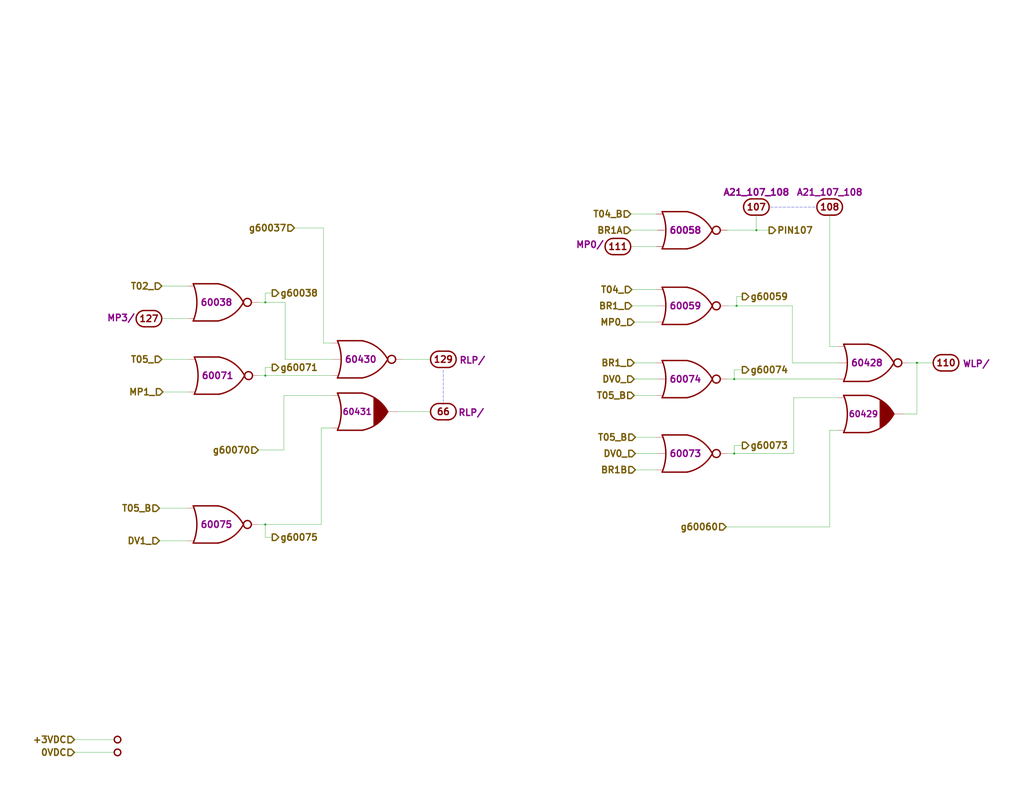
<source format=kicad_sch>
(kicad_sch (version 20211123) (generator eeschema)
  (paper "C")
  (title_block (title "BLOCK I LOGIC FLOW S, MODULE A21, DRAWING 1006556") (date "2018-11-25") (rev "Draft") (comment 1 "Modules A21"))
  (junction (at 144.78 286.385))
  (junction (at 400.685 207.01))
  (junction (at 144.78 205.105))
  (junction (at 144.78 165.1))
  (junction (at 412.75 125.73))
  (junction (at 401.955 167.005))
  (junction (at 400.685 247.65))
  (junction (at 500.38 198.12))
  (wire (pts (xy 88.9 213.995) (xy 102.87 213.995)))
  (wire (pts (xy 400.685 201.93) (xy 400.685 207.01)))
  (wire (pts (xy 405.13 161.925) (xy 401.955 161.925)))
  (wire (pts (xy 144.78 205.105) (xy 180.975 205.105)))
  (wire (pts (xy 401.955 161.925) (xy 401.955 167.005)))
  (wire (pts (xy 102.235 295.275) (xy 86.995 295.275)))
  (wire (pts (xy 346.075 198.12) (xy 358.14 198.12)))
  (wire (pts (xy 452.755 189.23) (xy 452.755 117.475)))
  (wire (pts (xy 144.78 165.1) (xy 155.575 165.1)))
  (wire (pts (xy 358.14 134.62) (xy 344.17 134.62)))
  (polyline (pts (xy 420.37 113.03) (xy 445.135 113.03)))
  (wire (pts (xy 154.94 215.9) (xy 180.975 215.9)))
  (wire (pts (xy 140.97 165.1) (xy 144.78 165.1)))
  (wire (pts (xy 400.685 247.65) (xy 433.07 247.65)))
  (wire (pts (xy 405.13 243.205) (xy 400.685 243.205)))
  (wire (pts (xy 433.07 217.17) (xy 457.2 217.17)))
  (wire (pts (xy 358.14 116.84) (xy 344.17 116.84)))
  (wire (pts (xy 500.38 226.06) (xy 500.38 198.12)))
  (wire (pts (xy 148.59 200.66) (xy 144.78 200.66)))
  (wire (pts (xy 346.075 207.01) (xy 358.775 207.01)))
  (wire (pts (xy 400.685 207.01) (xy 457.2 207.01)))
  (wire (pts (xy 160.655 124.46) (xy 176.53 124.46)))
  (wire (pts (xy 217.17 224.79) (xy 234.95 224.79)))
  (wire (pts (xy 140.97 245.745) (xy 154.94 245.745)))
  (wire (pts (xy 457.2 234.95) (xy 452.755 234.95)))
  (wire (pts (xy 144.78 200.66) (xy 144.78 205.105)))
  (wire (pts (xy 358.14 158.115) (xy 344.805 158.115)))
  (wire (pts (xy 400.685 243.205) (xy 400.685 247.65)))
  (wire (pts (xy 148.59 160.02) (xy 144.78 160.02)))
  (wire (pts (xy 102.235 277.495) (xy 86.995 277.495)))
  (wire (pts (xy 433.07 247.65) (xy 433.07 217.17)))
  (wire (pts (xy 432.435 198.12) (xy 432.435 167.005)))
  (wire (pts (xy 148.59 293.37) (xy 144.78 293.37)))
  (wire (pts (xy 432.435 167.005) (xy 401.955 167.005)))
  (wire (pts (xy 144.78 160.02) (xy 144.78 165.1)))
  (wire (pts (xy 396.875 125.73) (xy 412.75 125.73)))
  (wire (pts (xy 180.975 187.325) (xy 176.53 187.325)))
  (wire (pts (xy 154.94 245.745) (xy 154.94 215.9)))
  (wire (pts (xy 102.235 173.99) (xy 88.265 173.99)))
  (wire (pts (xy 396.875 247.65) (xy 400.685 247.65)))
  (wire (pts (xy 457.2 189.23) (xy 452.755 189.23)))
  (wire (pts (xy 405.13 201.93) (xy 400.685 201.93)))
  (wire (pts (xy 144.78 293.37) (xy 144.78 286.385)))
  (wire (pts (xy 452.755 234.95) (xy 452.755 287.655)))
  (wire (pts (xy 493.395 226.06) (xy 500.38 226.06)))
  (wire (pts (xy 219.71 196.215) (xy 234.95 196.215)))
  (wire (pts (xy 40.64 410.845) (xy 62.23 410.845)))
  (wire (pts (xy 401.955 167.005) (xy 396.875 167.005)))
  (wire (pts (xy 155.575 196.215) (xy 181.61 196.215)))
  (wire (pts (xy 144.78 286.385) (xy 175.26 286.385)))
  (wire (pts (xy 346.075 215.9) (xy 358.14 215.9)))
  (wire (pts (xy 176.53 187.325) (xy 176.53 124.46)))
  (wire (pts (xy 40.64 403.86) (xy 62.23 403.86)))
  (wire (pts (xy 452.755 287.655) (xy 396.24 287.655)))
  (wire (pts (xy 175.26 286.385) (xy 175.26 233.68)))
  (wire (pts (xy 346.71 247.65) (xy 358.775 247.65)))
  (wire (pts (xy 344.805 167.005) (xy 358.775 167.005)))
  (wire (pts (xy 155.575 165.1) (xy 155.575 196.215)))
  (wire (pts (xy 140.97 286.385) (xy 144.78 286.385)))
  (wire (pts (xy 141.605 205.105) (xy 144.78 205.105)))
  (wire (pts (xy 495.935 198.12) (xy 500.38 198.12)))
  (wire (pts (xy 88.265 156.21) (xy 102.235 156.21)))
  (wire (pts (xy 102.87 196.215) (xy 88.265 196.215)))
  (wire (pts (xy 346.075 175.895) (xy 358.14 175.895)))
  (wire (pts (xy 412.75 125.73) (xy 419.735 125.73)))
  (wire (pts (xy 457.835 198.12) (xy 432.435 198.12)))
  (wire (pts (xy 396.875 207.01) (xy 400.685 207.01)))
  (wire (pts (xy 358.775 125.73) (xy 344.17 125.73)))
  (wire (pts (xy 500.38 198.12) (xy 509.27 198.12)))
  (wire (pts (xy 358.14 238.76) (xy 346.71 238.76)))
  (wire (pts (xy 175.26 233.68) (xy 180.975 233.68)))
  (polyline (pts (xy 241.935 201.93) (xy 241.935 220.98)))
  (wire (pts (xy 358.14 256.54) (xy 346.71 256.54)))
  (wire (pts (xy 412.75 125.73) (xy 412.75 117.475)))
  (hierarchical_label "g60075" (shape output) (at 148.59 293.37 0) (effects (font (size 3.556 3.556) (thickness 0.7112) bold)))
  (hierarchical_label "g60074" (shape output) (at 405.13 201.93 0) (effects (font (size 3.556 3.556) (thickness 0.7112) bold)))
  (hierarchical_label "MP1_" (shape input) (at 88.9 213.995 180) (effects (font (size 3.556 3.556) (thickness 0.7112) bold)))
  (hierarchical_label "DV0_" (shape input) (at 346.075 207.01 180) (effects (font (size 3.556 3.556) (thickness 0.7112) bold)))
  (hierarchical_label "T05_B" (shape input) (at 86.995 277.495 180) (effects (font (size 3.556 3.556) (thickness 0.7112) bold)))
  (hierarchical_label "BR1_" (shape input) (at 346.075 198.12 180) (effects (font (size 3.556 3.556) (thickness 0.7112) bold)))
  (hierarchical_label "g60073" (shape output) (at 405.13 243.205 0) (effects (font (size 3.556 3.556) (thickness 0.7112) bold)))
  (hierarchical_label "g60038" (shape output) (at 148.59 160.02 0) (effects (font (size 3.556 3.556) (thickness 0.7112) bold)))
  (hierarchical_label "T04_" (shape input) (at 344.805 158.115 180) (effects (font (size 3.556 3.556) (thickness 0.7112) bold)))
  (hierarchical_label "MP0_" (shape input) (at 346.075 175.895 180) (effects (font (size 3.556 3.556) (thickness 0.7112) bold)))
  (hierarchical_label "0VDC" (shape input) (at 40.64 410.845 180) (effects (font (size 3.556 3.556) (thickness 0.7112) bold)))
  (hierarchical_label "DV0_" (shape input) (at 346.71 247.65 180) (effects (font (size 3.556 3.556) (thickness 0.7112) bold)))
  (hierarchical_label "PIN107" (shape output) (at 419.735 125.73 0) (effects (font (size 3.556 3.556) (thickness 0.7112) bold)))
  (hierarchical_label "g60059" (shape output) (at 405.13 161.925 0) (effects (font (size 3.556 3.556) (thickness 0.7112) bold)))
  (hierarchical_label "T05_B" (shape input) (at 346.075 215.9 180) (effects (font (size 3.556 3.556) (thickness 0.7112) bold)))
  (hierarchical_label "BR1B" (shape input) (at 346.71 256.54 180) (effects (font (size 3.556 3.556) (thickness 0.7112) bold)))
  (hierarchical_label "g60071" (shape output) (at 148.59 200.66 0) (effects (font (size 3.556 3.556) (thickness 0.7112) bold)))
  (hierarchical_label "BR1_" (shape input) (at 344.805 167.005 180) (effects (font (size 3.556 3.556) (thickness 0.7112) bold)))
  (hierarchical_label "g60037" (shape input) (at 160.655 124.46 180) (effects (font (size 3.556 3.556) (thickness 0.7112) bold)))
  (hierarchical_label "T05_B" (shape input) (at 346.71 238.76 180) (effects (font (size 3.556 3.556) (thickness 0.7112) bold)))
  (hierarchical_label "T04_B" (shape input) (at 344.17 116.84 180) (effects (font (size 3.556 3.556) (thickness 0.7112) bold)))
  (hierarchical_label "T05_" (shape input) (at 88.265 196.215 180) (effects (font (size 3.556 3.556) (thickness 0.7112) bold)))
  (hierarchical_label "T02_" (shape input) (at 88.265 156.21 180) (effects (font (size 3.556 3.556) (thickness 0.7112) bold)))
  (hierarchical_label "BR1A" (shape input) (at 344.17 125.73 180) (effects (font (size 3.556 3.556) (thickness 0.7112) bold)))
  (hierarchical_label "g60060" (shape input) (at 396.24 287.655 180) (effects (font (size 3.556 3.556) (thickness 0.7112) bold)))
  (hierarchical_label "DV1_" (shape input) (at 86.995 295.275 180) (effects (font (size 3.556 3.556) (thickness 0.7112) bold)))
  (hierarchical_label "g60070" (shape input) (at 140.97 245.745 180) (effects (font (size 3.556 3.556) (thickness 0.7112) bold)))
  (hierarchical_label "+3VDC" (shape input) (at 40.64 403.86 180) (effects (font (size 3.556 3.556) (thickness 0.7112) bold)))
  (symbol (lib_id "D3NOR-+3VDC-0VDC-nd1021041:D3NOR-+3VDC-0VDC-nd1021041-135-___") (at 374.015 207.01 0) (unit 1)
    (property "Reference" "U1108" (effects hide))
    (property "Value" "D3NOR-+3VDC-0VDC-nd1021041-135-___" (effects hide))
    (property "Location" "60074" (at 374.015 207.01 0) (effects (font (size 3.556 3.556) bold)))
  )
  (symbol (lib_id "D3NOR-+3VDC-0VDC-nd1021041:D3NOR-+3VDC-0VDC-nd1021041-1_5-___") (at 118.11 286.385 0) (unit 1)
    (property "Reference" "U1102" (effects hide))
    (property "Value" "D3NOR-+3VDC-0VDC-nd1021041-1_5-___" (effects hide))
    (property "Location" "60075" (at 118.11 286.385 0) (effects (font (size 3.556 3.556) bold)))
  )
  (symbol (lib_id "D3NOR-+3VDC-0VDC-nd1021041:D3NOR-+3VDC-0VDC-nd1021041-1_5-___") (at 118.745 205.105 0) (unit 1)
    (property "Reference" "U1103" (effects hide))
    (property "Value" "D3NOR-+3VDC-0VDC-nd1021041-1_5-___" (effects hide))
    (property "Location" "60071" (at 118.745 205.105 0) (effects (font (size 3.556 3.556) bold)))
  )
  (symbol (lib_id "AGC_DSKY:ConnectorGeneric") (at 241.935 224.79 180) (unit 66)
    (property "Reference" "J1" (effects hide))
    (property "Value" "ConnectorGeneric" (effects hide))
    (property "Caption" "RLP/" (at 257.175 222.885 0) (effects (font (size 3.556 3.556) bold) (justify bottom)))
  )
  (symbol (lib_id "D3NOR-+3VDC-0VDC-nd1021041:D3NOR-+3VDC-0VDC-nd1021041-135-___") (at 374.015 125.73 0) (unit 1)
    (property "Reference" "U1106" (effects hide))
    (property "Value" "D3NOR-+3VDC-0VDC-nd1021041-135-___" (effects hide))
    (property "Location" "60058" (at 374.015 125.73 0) (effects (font (size 3.556 3.556) bold)))
  )
  (symbol (lib_id "D3NOR-+3VDC-0VDC-nd1021041:D3NOR-+3VDC-0VDC-nd1021041-135-___") (at 374.015 167.005 0) (unit 1)
    (property "Reference" "U1107" (effects hide))
    (property "Value" "D3NOR-+3VDC-0VDC-nd1021041-135-___" (effects hide))
    (property "Location" "60059" (at 374.015 167.005 0) (effects (font (size 3.556 3.556) bold)))
  )
  (symbol (lib_id "D3NOR-+3VDC-0VDC-nd1021041:D3NOR-+3VDC-0VDC-nd1021041-1_5-___") (at 118.11 165.1 0) (unit 1)
    (property "Reference" "U1101" (effects hide))
    (property "Value" "D3NOR-+3VDC-0VDC-nd1021041-1_5-___" (effects hide))
    (property "Location" "60038" (at 118.11 165.1 0) (effects (font (size 3.556 3.556) bold)))
  )
  (symbol (lib_id "D3NOR-+3VDC-0VDC-nd1021041:D3NOR-+3VDC-0VDC-nd1021041-135-___") (at 374.015 247.65 0) (unit 1)
    (property "Reference" "U1109" (effects hide))
    (property "Value" "D3NOR-+3VDC-0VDC-nd1021041-135-___" (effects hide))
    (property "Location" "60073" (at 374.015 247.65 0) (effects (font (size 3.556 3.556) bold)))
  )
  (symbol (lib_id "D3NOR-NC-0VDC-expander-nd1021041:D3NOR-NC-0VDC-expander-nd1021041-1_5-___") (at 473.075 226.06 0) (unit 1)
    (property "Reference" "U1111" (effects hide))
    (property "Value" "D3NOR-NC-0VDC-expander-nd1021041-1_5-___" (effects hide))
    (property "Location" "60429" (at 471.17 226.06 0) (effects (font (size 3.302 3.302) bold)))
  )
  (symbol (lib_id "D3NOR-+3VDC-0VDC-nd1021041:D3NOR-+3VDC-0VDC-nd1021041-135-___") (at 473.075 198.12 0) (unit 1)
    (property "Reference" "U1110" (effects hide))
    (property "Value" "D3NOR-+3VDC-0VDC-nd1021041-135-___" (effects hide))
    (property "Location" "60428" (at 473.075 198.12 0) (effects (font (size 3.556 3.556) bold)))
  )
  (symbol (lib_id "AGC_DSKY:ConnectorGeneric") (at 241.935 196.215 180) (unit 129)
    (property "Reference" "J1" (effects hide))
    (property "Value" "ConnectorGeneric" (effects hide))
    (property "Caption" "RLP/" (at 257.81 194.31 0) (effects (font (size 3.556 3.556) bold) (justify bottom)))
  )
  (symbol (lib_id "AGC_DSKY:ConnectorGeneric") (at 412.75 113.03 0) (mirror x) (unit 107) (convert 2)
    (property "Reference" "J1" (effects hide))
    (property "Value" "ConnectorGeneric" (effects hide))
    (property "Caption" "A21_107_108" (at 412.75 107.315 0) (effects (font (size 3.556 3.556) bold) (justify top)))
  )
  (symbol (lib_id "AGC_DSKY:ConnectorGeneric") (at 452.755 113.03 0) (mirror x) (unit 108) (convert 2)
    (property "Reference" "J1" (effects hide))
    (property "Value" "ConnectorGeneric" (effects hide))
    (property "Caption" "A21_107_108" (at 452.755 107.315 0) (effects (font (size 3.556 3.556) bold) (justify top)))
  )
  (symbol (lib_id "AGC_DSKY:ConnectorGeneric") (at 81.28 173.99 0) (unit 127)
    (property "Reference" "J1" (effects hide))
    (property "Value" "ConnectorGeneric" (effects hide))
    (property "Caption" "MP3/" (at 66.04 175.895 0) (effects (font (size 3.556 3.556) bold) (justify bottom)))
  )
  (symbol (lib_id "AGC_DSKY:ConnectorGeneric") (at 516.255 198.12 180) (unit 110)
    (property "Reference" "J1" (effects hide))
    (property "Value" "ConnectorGeneric" (effects hide))
    (property "Caption" "WLP/" (at 532.765 196.215 0) (effects (font (size 3.556 3.556) bold) (justify bottom)))
  )
  (symbol (lib_id "AGC_DSKY:ConnectorGeneric") (at 337.185 134.62 0) (unit 111)
    (property "Reference" "J1" (effects hide))
    (property "Value" "ConnectorGeneric" (effects hide))
    (property "Caption" "MP0/" (at 321.945 135.89 0) (effects (font (size 3.556 3.556) bold) (justify bottom)))
  )
  (symbol (lib_id "D3NOR-+3VDC-0VDC-nd1021041:D3NOR-+3VDC-0VDC-nd1021041-135-___") (at 196.85 196.215 0) (unit 1)
    (property "Reference" "U1104" (effects hide))
    (property "Value" "D3NOR-+3VDC-0VDC-nd1021041-135-___" (effects hide))
    (property "Location" "60430" (at 196.85 196.215 0) (effects (font (size 3.556 3.556) bold)))
  )
  (symbol (lib_id "D3NOR-NC-0VDC-expander-nd1021041:D3NOR-NC-0VDC-expander-nd1021041-1_5-___") (at 196.85 224.79 0) (unit 1)
    (property "Reference" "U1105" (effects hide))
    (property "Value" "D3NOR-NC-0VDC-expander-nd1021041-1_5-___" (effects hide))
    (property "Location" "60431" (at 194.945 224.79 0) (effects (font (size 3.302 3.302) bold)))
  )
  (symbol (lib_id "AGC_DSKY:Node2") (at 64.135 403.86 180)
    (property "Reference" "N2401" (effects hide))
    (property "Value" "Node2" (effects hide))
    (property "Caption" "+3VDC" (effects hide))
  )
  (symbol (lib_id "AGC_DSKY:Node2") (at 64.135 410.845 180)
    (property "Reference" "N2402" (effects hide))
    (property "Value" "Node2" (effects hide))
    (property "Caption" "0VDC" (effects hide))
  )
)
</source>
